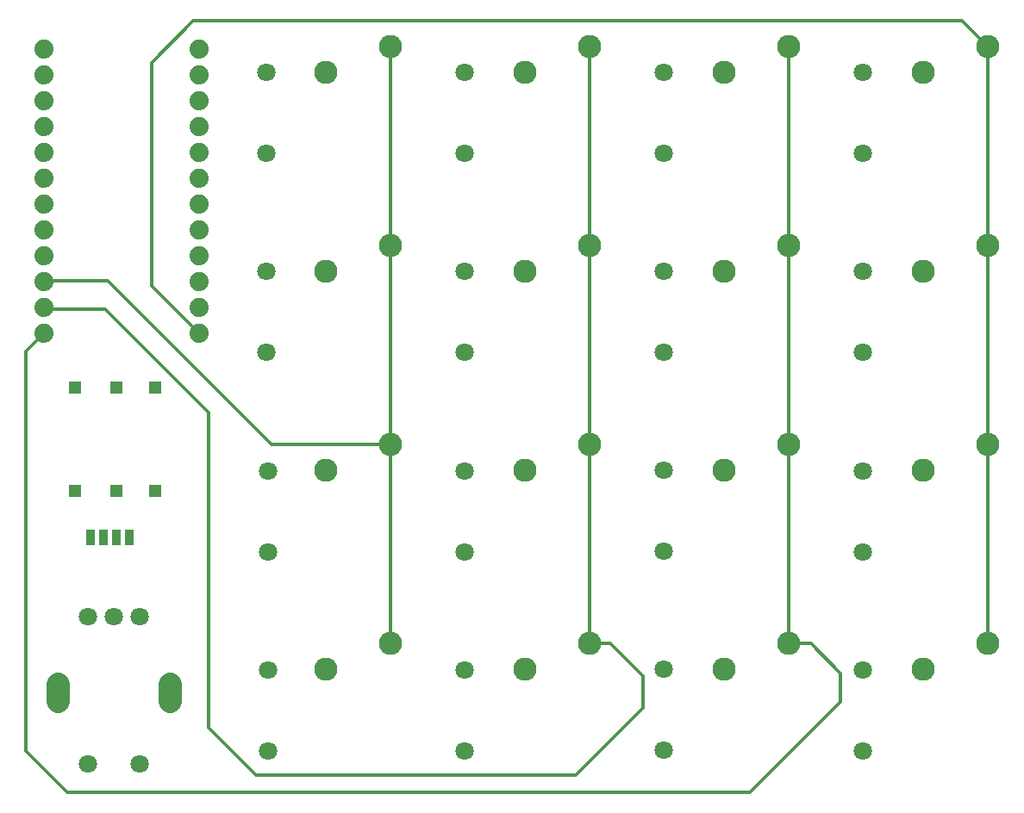
<source format=gbl>
G04 Layer: BottomLayer*
G04 EasyEDA v6.4.20.6, 2021-07-27T21:22:35+10:00*
G04 5f3de9c6558747c6be1615df3866fddb,ebe80986956c49fa8a04bea1b3a7cd6c,10*
G04 Gerber Generator version 0.2*
G04 Scale: 100 percent, Rotated: No, Reflected: No *
G04 Dimensions in millimeters *
G04 leading zeros omitted , absolute positions ,4 integer and 5 decimal *
%FSLAX45Y45*%
%MOMM*%

%ADD10C,0.3000*%
%ADD12C,1.8000*%
%ADD13R,0.8890X1.6002*%
%ADD14C,2.2860*%
%ADD15C,1.8796*%
%ADD16R,1.2116X1.2116*%
%ADD17C,2.3000*%

%LPD*%
D10*
X-686828Y-444500D02*
G01*
X-940828Y-190500D01*
X-8490470Y-190500D01*
X-8899918Y-599947D01*
X-8899918Y-2797810D01*
X-8433828Y-3263900D01*
X-4598428Y-444500D02*
G01*
X-4598428Y-6311900D01*
X-6554228Y-444500D02*
G01*
X-6554228Y-6311900D01*
X-2642628Y-444500D02*
G01*
X-2642628Y-6311900D01*
X-686828Y-444500D02*
G01*
X-686828Y-6311900D01*
X-6554228Y-4356100D02*
G01*
X-7722628Y-4356100D01*
X-9335528Y-2743200D01*
X-9945128Y-2743200D01*
X-9957828Y-2755900D01*
X-4598428Y-6311900D02*
G01*
X-4395228Y-6311900D01*
X-4077728Y-6629400D01*
X-4077728Y-6946900D01*
X-4738128Y-7607300D01*
X-7875028Y-7607300D01*
X-8344928Y-7137400D01*
X-8344928Y-4038600D01*
X-9360928Y-3022600D01*
X-9945128Y-3022600D01*
X-9957828Y-3009900D01*
X-2642628Y-6311900D02*
G01*
X-2426728Y-6311900D01*
X-2134628Y-6604000D01*
X-2134628Y-6883400D01*
X-3023628Y-7772400D01*
X-9729228Y-7772400D01*
X-10135628Y-7366000D01*
X-10135628Y-3441700D01*
X-9957828Y-3263900D01*
D12*
G01*
X-7773428Y-692200D03*
G01*
X-7773428Y-1492199D03*
G01*
X-5830328Y-692200D03*
G01*
X-5830328Y-1492199D03*
G01*
X-3874528Y-692200D03*
G01*
X-3874528Y-1492199D03*
G01*
X-1918728Y-692200D03*
G01*
X-1918728Y-1492199D03*
G01*
X-7773428Y-2648000D03*
G01*
X-7773428Y-3447999D03*
G01*
X-5830328Y-2648000D03*
G01*
X-5830328Y-3447999D03*
G01*
X-3874528Y-2648000D03*
G01*
X-3874528Y-3447999D03*
G01*
X-1918728Y-2648000D03*
G01*
X-1918728Y-3447999D03*
G01*
X-7760728Y-4616500D03*
G01*
X-7760728Y-5416499D03*
G01*
X-5830328Y-4616500D03*
G01*
X-5830328Y-5416499D03*
G01*
X-3874528Y-4603800D03*
G01*
X-3874528Y-5403799D03*
G01*
X-1918728Y-4616500D03*
G01*
X-1918728Y-5416499D03*
G01*
X-7760728Y-6572300D03*
G01*
X-7760728Y-7372299D03*
G01*
X-5830328Y-6572300D03*
G01*
X-5830328Y-7372299D03*
G01*
X-3874528Y-6559600D03*
G01*
X-3874528Y-7359599D03*
G01*
X-1918728Y-6572300D03*
G01*
X-1918728Y-7372299D03*
D13*
G01*
X-9373628Y-5270500D03*
G01*
X-9500628Y-5270500D03*
G01*
X-9246628Y-5270500D03*
G01*
X-9119628Y-5270500D03*
D14*
G01*
X-7189228Y-698500D03*
G01*
X-6554228Y-444500D03*
G01*
X-5233428Y-698500D03*
G01*
X-4598428Y-444500D03*
G01*
X-3277628Y-698500D03*
G01*
X-2642628Y-444500D03*
G01*
X-1321828Y-698500D03*
G01*
X-686828Y-444500D03*
G01*
X-7189228Y-2654300D03*
G01*
X-6554228Y-2400300D03*
G01*
X-5233428Y-2654300D03*
G01*
X-4598428Y-2400300D03*
G01*
X-3277628Y-2654300D03*
G01*
X-2642628Y-2400300D03*
G01*
X-1321828Y-2654300D03*
G01*
X-686828Y-2400300D03*
G01*
X-7189228Y-4610100D03*
G01*
X-6554228Y-4356100D03*
G01*
X-5233428Y-4610100D03*
G01*
X-4598428Y-4356100D03*
G01*
X-3277628Y-4610100D03*
G01*
X-2642628Y-4356100D03*
G01*
X-1321828Y-4610100D03*
G01*
X-686828Y-4356100D03*
G01*
X-7189228Y-6565900D03*
G01*
X-6554228Y-6311900D03*
G01*
X-5233428Y-6565900D03*
G01*
X-4598428Y-6311900D03*
G01*
X-3277628Y-6565900D03*
G01*
X-2642628Y-6311900D03*
G01*
X-1321828Y-6565900D03*
G01*
X-686828Y-6311900D03*
D15*
G01*
X-9957828Y-3263900D03*
G01*
X-9957828Y-3009900D03*
G01*
X-9957828Y-2755900D03*
G01*
X-9957828Y-2501900D03*
G01*
X-9957828Y-2247900D03*
G01*
X-9957828Y-1993900D03*
G01*
X-9957828Y-1739900D03*
G01*
X-9957828Y-1485900D03*
G01*
X-9957828Y-1231900D03*
G01*
X-9957828Y-977900D03*
G01*
X-9957828Y-723900D03*
G01*
X-9957828Y-469900D03*
G01*
X-8433828Y-469900D03*
G01*
X-8433828Y-723900D03*
G01*
X-8433828Y-977900D03*
G01*
X-8433828Y-1231900D03*
G01*
X-8433828Y-1485900D03*
G01*
X-8433828Y-1739900D03*
G01*
X-8433828Y-1993900D03*
G01*
X-8433828Y-2247900D03*
G01*
X-8433828Y-2501900D03*
G01*
X-8433828Y-2755900D03*
G01*
X-8433828Y-3009900D03*
G01*
X-8433828Y-3263900D03*
D16*
G01*
X-9653028Y-3797300D03*
G01*
X-9653028Y-4813300D03*
G01*
X-9246628Y-3797300D03*
G01*
X-9246628Y-4813300D03*
G01*
X-8865628Y-3797300D03*
G01*
X-8865628Y-4813300D03*
D12*
G01*
X-9018003Y-6044209D03*
G01*
X-9272003Y-6044209D03*
G01*
X-9526003Y-6044209D03*
G01*
X-9018003Y-7494219D03*
G01*
X-9526003Y-7494219D03*
D17*
X-9822014Y-6709222D02*
G01*
X-9822014Y-6879221D01*
X-8722017Y-6709222D02*
G01*
X-8722017Y-6879221D01*
M02*

</source>
